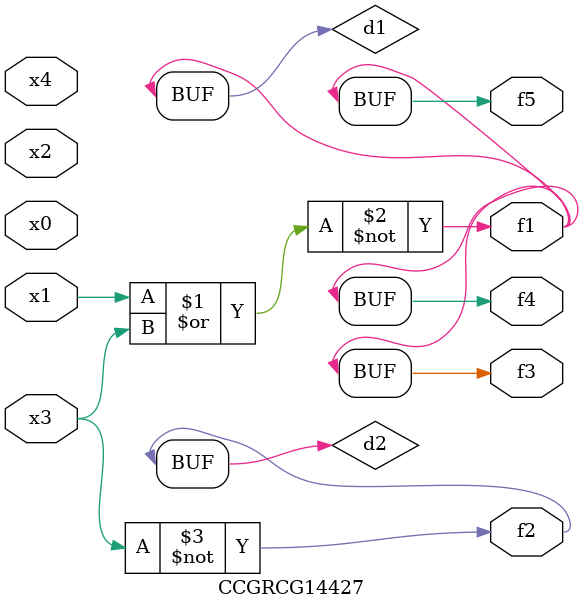
<source format=v>
module CCGRCG14427(
	input x0, x1, x2, x3, x4,
	output f1, f2, f3, f4, f5
);

	wire d1, d2;

	nor (d1, x1, x3);
	not (d2, x3);
	assign f1 = d1;
	assign f2 = d2;
	assign f3 = d1;
	assign f4 = d1;
	assign f5 = d1;
endmodule

</source>
